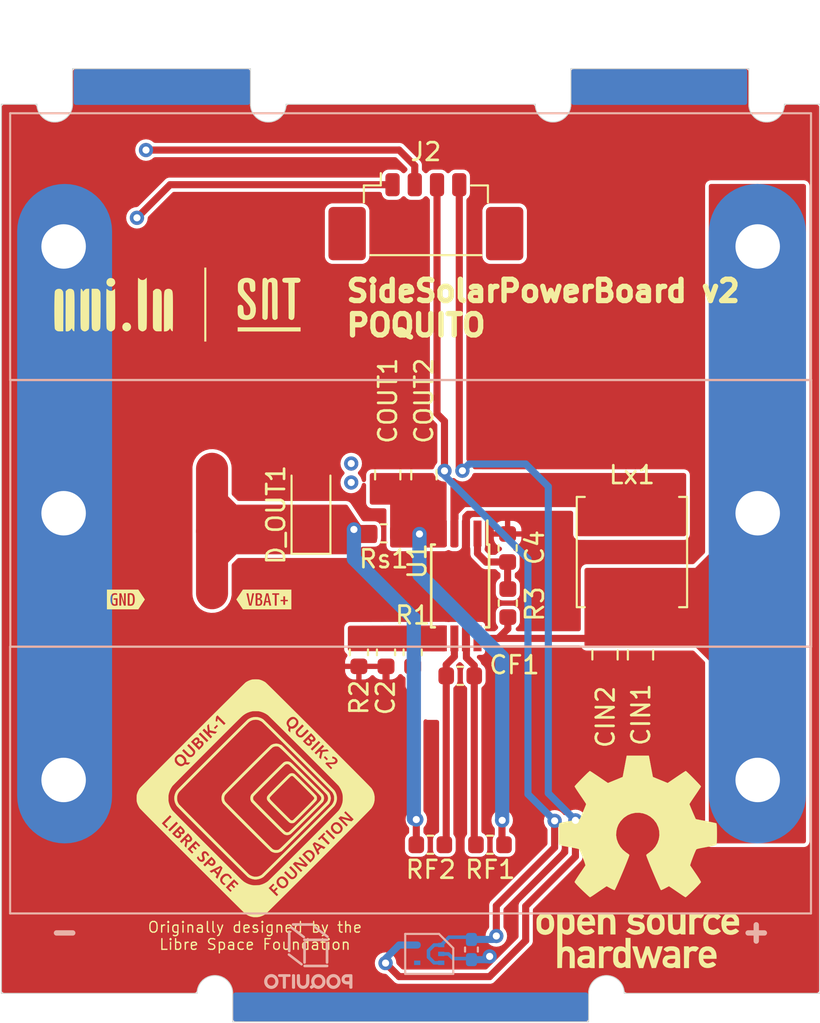
<source format=kicad_pcb>
(kicad_pcb (version 20221018) (generator pcbnew)
  (layers (0 "F.Cu" signal) (1 "In1.Cu" signal) (2 "In2.Cu" signal) (3 "In3.Cu" signal) (4 "In4.Cu" signal) (31 "B.Cu" signal) (34 "B.Paste" user) (35 "F.Paste" user) (36 "B.SilkS" user "B.Silkscreen") (37 "F.SilkS" user "F.Silkscreen") (38 "B.Mask" user) (39 "F.Mask" user) (44 "Edge.Cuts" user))
  (net 0 "")
  (net 1 "GND")
  (net 2 "/VCTRL")
  (net 3 "/ICTRL+")
  (net 4 "/ICTRL-")
  (net 5 "/LX")
  (net 6 "/VOUT")
  (net 7 "/MPP-SET")
  (net 8 "/PV+")
  (net 9 "/VBAT+")
  (net 10 "/LIGHT_VDD")
  (net 11 "/MTQ_1")
  (net 12 "/MTQ_2")
  (net 13 "/LIGHT_OUT")
  (footprint "Package_SO:TSSOP-8_4.4x3mm_P0.65mm" (layer "F.Cu") (at 151.281 100.589 -90)
    (fp_text reference "U1" (at -1.397 2.413 90) (layer "F.SilkS"))
    (fp_text value "SPV1040")
    (pad "1" smd rect (at -2.95 -0.975 270) (size 1.45 0.45) (layers "F.Cu" "F.Paste" "F.Mask") (net 7 "/MPP-SET"))
    (pad "2" smd rect (at -2.95 -0.325 270) (size 1.45 0.45) (layers "F.Cu" "F.Paste" "F.Mask") (net 1 "GND"))
    (pad "3" smd rect (at -2.95 0.325 270) (size 1.45 0.45) (layers "F.Cu" "F.Paste" "F.Mask") (net 5 "/LX"))
    (pad "4" smd rect (at -2.95 0.975 270) (size 1.45 0.45) (layers "F.Cu" "F.Paste" "F.Mask") (net 6 "/VOUT"))
    (pad "5" smd rect (at 2.95 0.975 270) (size 1.45 0.45) (layers "F.Cu" "F.Paste" "F.Mask") (net 2 "/VCTRL"))
    (pad "6" smd rect (at 2.95 0.325 270) (size 1.45 0.45) (layers "F.Cu" "F.Paste" "F.Mask") (net 4 "/ICTRL-"))
    (pad "7" smd rect (at 2.95 -0.325 270) (size 1.45 0.45) (layers "F.Cu" "F.Paste" "F.Mask") (net 3 "/ICTRL+"))
    (pad "8" smd rect (at 2.95 -0.975 270) (size 1.45 0.45) (layers "F.Cu" "F.Paste" "F.Mask") (net 8 "/PV+"))
  )
  (footprint "Capacitor_SMD:C_0805_2012Metric" (layer "F.Cu") (at 147.212 94.3415 90)
    (fp_text reference "COUT1" (at 4.1665 0.005 90) (layer "F.SilkS"))
    (fp_text value "33uF")
    (pad "1" smd roundrect (at -0.9375 0 90) (size 0.975 1.4) (layers "F.Cu" "F.Paste" "F.Mask") (net 6 "/VOUT"))
    (pad "2" smd roundrect (at 0.9375 0 90) (size 0.975 1.4) (layers "F.Cu" "F.Paste" "F.Mask") (net 1 "GND"))
  )
  (footprint "Resistor_SMD:R_0603_1608Metric" (layer "F.Cu") (at 146.9885 97.6299)
    (fp_text reference "Rs1" (at -0.0001 1.4478) (layer "F.SilkS"))
    (fp_text value "20m")
    (pad "1" smd roundrect (at -0.7875 0) (size 0.875 0.95) (layers "F.Cu" "F.Paste" "F.Mask") (net 9 "/VBAT+"))
    (pad "2" smd roundrect (at 0.7875 0) (size 0.875 0.95) (layers "F.Cu" "F.Paste" "F.Mask") (net 6 "/VOUT"))
  )
  (footprint "Capacitor_SMD:C_0805_2012Metric" (layer "F.Cu") (at 149.244 94.3415 90)
    (fp_text reference "COUT2" (at 4.1665 0.005 90) (layer "F.SilkS"))
    (fp_text value "33uF")
    (pad "1" smd roundrect (at -0.9375 0 90) (size 0.975 1.4) (layers "F.Cu" "F.Paste" "F.Mask") (net 6 "/VOUT"))
    (pad "2" smd roundrect (at 0.9375 0 90) (size 0.975 1.4) (layers "F.Cu" "F.Paste" "F.Mask") (net 1 "GND"))
  )
  (footprint "Capacitor_SMD:C_0805_2012Metric" (layer "F.Cu") (at 161.4142 104.4698 -90)
    (fp_text reference "CIN1" (at 3.3582 -0.0268 270) (layer "F.SilkS"))
    (fp_text value "33uF")
    (pad "1" smd roundrect (at -0.9375 0 270) (size 0.975 1.4) (layers "F.Cu" "F.Paste" "F.Mask") (net 8 "/PV+"))
    (pad "2" smd roundrect (at 0.9375 0 270) (size 0.975 1.4) (layers "F.Cu" "F.Paste" "F.Mask") (net 1 "GND"))
  )
  (footprint "Capacitor_SMD:C_0805_2012Metric" (layer "F.Cu") (at 159.4203 104.4675 -90)
    (fp_text reference "CIN2" (at 3.4875 -0.0254 270) (layer "F.SilkS"))
    (fp_text value "33uF")
    (pad "1" smd roundrect (at -0.9375 0 270) (size 0.975 1.4) (layers "F.Cu" "F.Paste" "F.Mask") (net 8 "/PV+"))
    (pad "2" smd roundrect (at 0.9375 0 270) (size 0.975 1.4) (layers "F.Cu" "F.Paste" "F.Mask") (net 1 "GND"))
  )
  (footprint "Capacitor_SMD:C_0603_1608Metric" (layer "F.Cu") (at 151.286 105.645 180)
    (fp_text reference "CF1" (at -3.043 0.611) (layer "F.SilkS"))
    (fp_text value "1uF")
    (pad "1" smd roundrect (at -0.7875 0 180) (size 0.875 0.95) (layers "F.Cu" "F.Paste" "F.Mask") (net 3 "/ICTRL+"))
    (pad "2" smd roundrect (at 0.7875 0 180) (size 0.875 0.95) (layers "F.Cu" "F.Paste" "F.Mask") (net 4 "/ICTRL-"))
  )
  (footprint "Capacitor_SMD:C_0603_1608Metric" (layer "F.Cu") (at 153.948 98.4555 90)
    (fp_text reference "C4" (at 0.0255 1.524 270) (layer "F.SilkS"))
    (fp_text value "100nF")
    (pad "1" smd roundrect (at -0.7875 0 90) (size 0.875 0.95) (layers "F.Cu" "F.Paste" "F.Mask") (net 7 "/MPP-SET"))
    (pad "2" smd roundrect (at 0.7875 0 90) (size 0.875 0.95) (layers "F.Cu" "F.Paste" "F.Mask") (net 1 "GND"))
  )
  (footprint "Resistor_SMD:R_0603_1608Metric" (layer "F.Cu") (at 153.9607 101.5542 90)
    (fp_text reference "R3" (at -0.0508 1.5113 90) (layer "F.SilkS"))
    (fp_text value "1k")
    (pad "1" smd roundrect (at -0.7875 0 90) (size 0.875 0.95) (layers "F.Cu" "F.Paste" "F.Mask") (net 8 "/PV+"))
    (pad "2" smd roundrect (at 0.7875 0 90) (size 0.875 0.95) (layers "F.Cu" "F.Paste" "F.Mask") (net 7 "/MPP-SET"))
  )
  (footprint "Resistor_SMD:R_0603_1608Metric" (layer "F.Cu") (at 152.9573 115.1432 180)
    (fp_text reference "RF1" (at -0.0126 -1.397 180) (layer "F.SilkS"))
    (fp_text value "1k")
    (pad "1" smd roundrect (at -0.7875 0 180) (size 0.875 0.95) (layers "F.Cu" "F.Paste" "F.Mask") (net 6 "/VOUT"))
    (pad "2" smd roundrect (at 0.7875 0 180) (size 0.875 0.95) (layers "F.Cu" "F.Paste" "F.Mask") (net 3 "/ICTRL+"))
  )
  (footprint "Resistor_SMD:R_0603_1608Metric" (layer "F.Cu") (at 149.6045 115.1432)
    (fp_text reference "RF2" (at 0.0255 1.397) (layer "F.SilkS"))
    (fp_text value "1k")
    (pad "1" smd roundrect (at -0.7875 0) (size 0.875 0.95) (layers "F.Cu" "F.Paste" "F.Mask") (net 9 "/VBAT+"))
    (pad "2" smd roundrect (at 0.7875 0) (size 0.875 0.95) (layers "F.Cu" "F.Paste" "F.Mask") (net 4 "/ICTRL-"))
  )
  (footprint "Resistor_SMD:R_0603_1608Metric" (layer "F.Cu") (at 148.614 104.3229 90)
    (fp_text reference "R1" (at 2.0829 0) (layer "F.SilkS"))
    (fp_text value "1M_0.1%")
    (pad "1" smd roundrect (at -0.7875 0 90) (size 0.875 0.95) (layers "F.Cu" "F.Paste" "F.Mask") (net 9 "/VBAT+"))
    (pad "2" smd roundrect (at 0.7875 0 90) (size 0.875 0.95) (layers "F.Cu" "F.Paste" "F.Mask") (net 2 "/VCTRL"))
  )
  (footprint "Resistor_SMD:R_0603_1608Metric" (layer "F.Cu") (at 145.5914 104.3228 -90)
    (fp_text reference "R2" (at 2.5399 -0.0127 90) (layer "F.SilkS"))
    (fp_text value "422k_0.1%")
    (pad "1" smd roundrect (at -0.7875 0 270) (size 0.875 0.95) (layers "F.Cu" "F.Paste" "F.Mask") (net 2 "/VCTRL"))
    (pad "2" smd roundrect (at 0.7875 0 270) (size 0.875 0.95) (layers "F.Cu" "F.Paste" "F.Mask") (net 1 "GND"))
  )
  (footprint "lsf-kicad-lib:DO-222AA" (layer "F.Cu") (at 142.899 96.618 90)
    (fp_text reference "D_OUT1" (at 0.0295 -1.9685 270) (layer "F.SilkS"))
    (fp_text value "4v5")
    (pad "1" smd rect (at -1.74 0 90) (size 0.65 0.95) (layers "F.Cu" "F.Paste" "F.Mask") (net 9 "/VBAT+"))
    (pad "1" smd rect (at -0.415 0 90) (size 2 1.95) (layers "F.Cu" "F.Paste" "F.Mask") (net 9 "/VBAT+"))
    (pad "2" smd rect (at 1.64 0 90) (size 0.85 0.65) (layers "F.Cu" "F.Paste" "F.Mask") (net 1 "GND"))
  )
  (footprint "Inductor_SMD:L_Bourns_SRN6045TA" (layer "F.Cu") (at 160.933 98.684 90)
    (fp_text reference "Lx1" (at 4.3385 0 180) (layer "F.SilkS"))
    (fp_text value "33uH")
    (pad "1" smd rect locked (at -2.075 0 90) (size 2.35 5.1) (layers "F.Cu" "F.Paste" "F.Mask") (net 8 "/PV+"))
    (pad "2" smd rect locked (at 2.075 0 90) (size 2.35 5.1) (layers "F.Cu" "F.Paste" "F.Mask") (net 5 "/LX"))
  )
  (footprint "Capacitor_SMD:C_0603_1608Metric" (layer "F.Cu") (at 147.1154 104.3228 90)
    (fp_text reference "C2" (at -2.5527 -0.0254 90) (layer "F.SilkS"))
    (fp_text value "1nF")
    (pad "1" smd roundrect (at -0.7875 0 90) (size 0.875 0.95) (layers "F.Cu" "F.Paste" "F.Mask") (net 1 "GND"))
    (pad "2" smd roundrect (at 0.7875 0 90) (size 0.875 0.95) (layers "F.Cu" "F.Paste" "F.Mask") (net 2 "/VCTRL"))
  )
  (footprint "lsf-kicad-lib:QUBIK-Logo-13x13" (layer "F.Cu") (at 139.7875 112.527)
    (fp_text reference "REF**" hide)
    (fp_text value "QUBIK-Logo-13x13" hide)
  )
  (footprint "POQUITO_Panel_Library:unilu_snt_logo" (layer "F.Cu") (at 135.75 84.6)
    (fp_text reference "G***" hide)
    (fp_text value "LOGO" hide)
  )
  (footprint "Symbol:OSHW-Logo_11.4x12mm_SilkScreen" (layer "F.Cu") (at 161.25 116.1)
    (fp_text reference "REF**" hide)
    (fp_text value "OSHW-Logo_11.4x12mm_SilkScreen" hide)
  )
  (footprint "kibuzzard-64FE2F42" (layer "F.Cu") (at 132.5 101.35)
    (fp_text reference "kibuzzard-64FE2F42" hide)
    (fp_text value "G***" hide)
  )
  (footprint "Connector_Molex:Molex_PicoBlade_53398-0471_1x04-1MP_P1.25mm_Vertical" (layer "F.Cu") (at 149.356 79.277)
    (fp_text reference "J2" (at 0 -3.1) (layer "F.SilkS"))
    (fp_text value "Conn_01x04")
    (pad "1" smd roundrect (at -1.875 -1.25) (size 0.8 1.3) (layers "F.Cu" "F.Paste" "F.Mask") (net 11 "/MTQ_1"))
    (pad "2" smd roundrect (at -0.625 -1.25) (size 0.8 1.3) (layers "F.Cu" "F.Paste" "F.Mask") (net 12 "/MTQ_2"))
    (pad "3" smd roundrect (at 0.625 -1.25) (size 0.8 1.3) (layers "F.Cu" "F.Paste" "F.Mask") (net 10 "/LIGHT_VDD"))
    (pad "4" smd roundrect (at 1.875 -1.25) (size 0.8 1.3) (layers "F.Cu" "F.Paste" "F.Mask") (net 13 "/LIGHT_OUT"))
    (pad "MP" smd roundrect (at -4.425 1.5) (size 2.1 3) (layers "F.Cu" "F.Paste" "F.Mask") (roundrect_rratio 0.119048))
    (pad "MP" smd roundrect (at 4.425 1.5) (size 2.1 3) (layers "F.Cu" "F.Paste" "F.Mask") (roundrect_rratio 0.119048))
  )
  (footprint "kibuzzard-64FE2F6D" (layer "F.Cu") (at 140.25 101.35)
    (fp_text reference "kibuzzard-64FE2F6D" hide)
    (fp_text value "G***" hide)
  )
  (footprint "lsf-kicad-lib:SM141K04LV" (layer "B.Cu") (at 148.5066 96.5073 180)
    (fp_text reference "SC2" hide)
    (fp_text value "Solar_Cell")
    (pad "1" smd circle locked (at -19.5 0 180) (size 3 3) (layers "B.Cu" "B.Paste" "B.Mask") (net 8 "/PV+"))
    (pad "2" smd circle locked (at 19.5 0 180) (size 3 3) (layers "B.Cu" "B.Paste" "B.Mask") (net 1 "GND"))
  )
  (footprint "lsf-kicad-lib:SM141K04LV" (layer "B.Cu") (at 148.4939 111.506 180)
    (fp_text reference "SC3" hide)
    (fp_text value "Solar_Cell")
    (pad "1" smd circle locked (at -19.5 0 180) (size 3 3) (layers "B.Cu" "B.Paste" "B.Mask") (net 8 "/PV+"))
    (pad "2" smd circle locked (at 19.5 0 180) (size 3 3) (layers "B.Cu" "B.Paste" "B.Mask") (net 1 "GND"))
  )
  (footprint "lsf-kicad-lib:SM141K04LV" (layer "B.Cu") (at 148.4956 81.5086 180)
    (fp_text reference "SC1" hide)
    (fp_text value "Solar_Cell")
    (pad "1" smd circle (at -19.5 0 180) (size 3 3) (layers "B.Cu" "B.Paste" "B.Mask") (net 8 "/PV+"))
    (pad "2" smd circle (at 19.5 0 180) (size 3 3) (layers "B.Cu" "B.Paste" "B.Mask") (net 1 "GND"))
  )
  (footprint "POQUITO_Panel_Library:WSOF-5" (layer "B.Cu") (at 149.543 121.282 180)
    (fp_text reference "U2" hide)
    (fp_text value "~")
    (pad "1" smd rect (at -0.675 0.5 270) (size 0.25 0.35) (layers "B.Cu" "B.Paste" "B.Mask") (net 10 "/LIGHT_VDD"))
    (pad "2" smd rect (at -0.675 0 270) (size 0.25 0.35) (layers "B.Cu" "B.Paste" "B.Mask") (net 1 "GND"))
    (pad "3" smd rect (at -0.675 -0.5 270) (size 0.25 0.35) (layers "B.Cu" "B.Paste" "B.Mask") (net 10 "/LIGHT_VDD"))
    (pad "4" smd rect (at 0.675 -0.5 270) (size 0.25 0.35) (layers "B.Cu" "B.Paste" "B.Mask"))
    (pad "5" smd rect (at 0.675 0.5 270) (size 0.25 0.35) (layers "B.Cu" "B.Paste" "B.Mask") (net 13 "/LIGHT_OUT"))
  )
  (footprint "Capacitor_SMD:C_0402_1005Metric_Pad0.74x0.62mm_HandSolder" (layer "B.Cu") (at 151.916 121.036 -90)
    (fp_text reference "C1" hide)
    (fp_text value "C")
    (pad "1" smd roundrect (at -0.5675 0 270) (size 0.735 0.62) (layers "B.Cu" "B.Paste" "B.Mask") (net 10 "/LIGHT_VDD"))
    (pad "2" smd roundrect (at 0.5675 0 270) (size 0.735 0.62) (layers "B.Cu" "B.Paste" "B.Mask") (net 1 "GND"))
  )
  (footprint "POQUITO_Panel_Library:POQUITO_logo" (layer "B.Cu") (at 142.75 121.6 180)
    (fp_text reference "G***" hide)
    (fp_text value "LOGO" hide)
  )
  (gr_line (start 125.5 73.5) (end 127.5 73.5) (stroke (width 0.05)) (layer "Edge.Cuts"))
  (gr_arc (start 141.5 73.5) (mid 140.5 74.5) (end 139.5 73.5) (stroke (width 0.05)) (layer "Edge.Cuts"))
  (gr_line (start 125.5 123.5) (end 125.5 73.5) (stroke (width 0.05)) (layer "Edge.Cuts"))
  (gr_line (start 129.5 73.5) (end 129.5 71.5) (stroke (width 0.05)) (layer "Edge.Cuts"))
  (gr_line (start 138.5 125.1) (end 158.5 125.1) (stroke (width 0.05)) (layer "Edge.Cuts"))
  (gr_line (start 171.5 123.5) (end 160.5 123.5) (stroke (width 0.05)) (layer "Edge.Cuts"))
  (gr_arc (start 169.5 73.5) (mid 168.5 74.5) (end 167.5 73.5) (stroke (width 0.05)) (layer "Edge.Cuts"))
  (gr_line (start 169.5 73.5) (end 171.5 73.5) (stroke (width 0.05)) (layer "Edge.Cuts"))
  (gr_line (start 158.5 125.1) (end 158.5 123.5) (stroke (width 0.05)) (layer "Edge.Cuts"))
  (gr_arc (start 129.5 73.5) (mid 128.5 74.5) (end 127.5 73.5) (stroke (width 0.05)) (layer "Edge.Cuts"))
  (gr_line (start 157.5 73.5) (end 157.5 71.5) (stroke (width 0.05)) (layer "Edge.Cuts"))
  (gr_arc (start 158.5 123.5) (mid 159.5 122.5) (end 160.5 123.5) (stroke (width 0.05)) (layer "Edge.Cuts"))
  (gr_line (start 167.5 71.5) (end 167.5 73.5) (stroke (width 0.05)) (layer "Edge.Cuts"))
  (gr_line (start 141.5 73.5) (end 155.5 73.5) (stroke (width 0.05)) (layer "Edge.Cuts"))
  (gr_arc (start 136.5 123.5) (mid 137.5 122.5) (end 138.5 123.5) (stroke (width 0.05)) (layer "Edge.Cuts"))
  (gr_line (start 171.5 73.5) (end 171.5 123.5) (stroke (width 0.05)) (layer "Edge.Cuts"))
  (gr_line (start 157.5 71.5) (end 167.5 71.5) (stroke (width 0.05)) (layer "Edge.Cuts"))
  (gr_line (start 125.5 123.5) (end 136.5 123.5) (stroke (width 0.05)) (layer "Edge.Cuts"))
  (gr_arc (start 157.5 73.5) (mid 156.5 74.5) (end 155.5 73.5) (stroke (width 0.05)) (layer "Edge.Cuts"))
  (gr_line (start 129.5 71.5) (end 139.5 71.5) (stroke (width 0.05)) (layer "Edge.Cuts"))
  (gr_line (start 138.5 123.5) (end 138.5 125.1) (stroke (width 0.05)) (layer "Edge.Cuts"))
  (gr_line (start 139.5 71.5) (end 139.5 73.5) (stroke (width 0.05)) (layer "Edge.Cuts"))
  (gr_text "-" (at 129.056 120.02) (layer "B.SilkS") (effects (font (size 1.2 1.2) (thickness 0.3)) (justify mirror)))
  (gr_text "+" (at 167.918 120.02) (layer "B.SilkS") (effects (font (size 1.2 1.2) (thickness 0.3)) (justify mirror)))
  (gr_text "SideSolarPowerBoard v2\nPOQUITO" (at 144.75 84.968) (layer "F.SilkS") (effects (font (size 1.2 1.2) (thickness 0.3)) (justify left)))
  (gr_text "Originally designed by the\nLibre Space Foundation" (at 139.75 121.1) (layer "F.SilkS") (effects (font (size 0.6 0.6) (thickness 0.075)) (justify bottom)))
  (segment (start 147.1154 105.1103) (end 147.1154 115.6004) (width 0.4) (layer "F.Cu") (net 1))
  (segment (start 147.1154 115.6004) (end 152.938168 121.423168) (width 0.4) (layer "F.Cu") (net 1))
  (via (at 129 81.5) (size 4) (drill 2.5) (layers "F.Cu" "B.Cu") (net 1))
  (via (at 129 96.5) (size 4) (drill 2.5) (layers "F.Cu" "B.Cu") (net 1))
  (via (at 129 111.5) (size 4) (drill 2.5) (layers "F.Cu" "B.Cu") (net 1))
  (via (at 152.938168 121.423168) (size 0.8) (drill 0.4) (layers "F.Cu" "B.Cu") (net 1))
  (segment (start 151.916 121.6035) (end 152.757836 121.6035) (width 0.4) (layer "B.Cu") (net 1))
  (segment (start 150.88 121.544) (end 151.8565 121.544) (width 0.2) (layer "B.Cu") (net 1))
  (segment (start 150.618 121.282) (end 150.88 121.544) (width 0.2) (layer "B.Cu") (net 1))
  (segment (start 152.757836 121.6035) (end 152.938168 121.423168) (width 0.4) (layer "B.Cu") (net 1))
  (segment (start 150.218 121.282) (end 150.618 121.282) (width 0.2) (layer "B.Cu") (net 1))
  (segment (start 151.8565 121.544) (end 151.916 121.6035) (width 0.2) (layer "B.Cu") (net 1))
  (segment (start 152.0735 105.645) (end 152.0735 105.0645) (width 0.4) (layer "F.Cu") (net 3))
  (segment (start 152.0735 105.0645) (end 151.630999 104.621999) (width 0.4) (layer "F.Cu") (net 3))
  (segment (start 152.0735 115.0469) (end 152.0735 105.645) (width 0.4) (layer "F.Cu") (net 3))
  (segment (start 152.1698 115.1432) (end 152.0735 115.0469) (width 0.4) (layer "F.Cu") (net 3))
  (segment (start 151.630999 104.621999) (end 151.630999 103.563999) (width 0.4) (layer "F.Cu") (net 3))
  (segment (start 150.4985 115.0367) (end 150.4985 105.645) (width 0.4) (layer "F.Cu") (net 4))
  (segment (start 150.956 104.559002) (end 150.956 103.539) (width 0.4) (layer "F.Cu") (net 4))
  (segment (start 150.392 114.94) (end 150.392 115.1432) (width 0.4) (layer "F.Cu") (net 4))
  (segment (start 150.4985 105.645) (end 150.4985 105.016502) (width 0.4) (layer "F.Cu") (net 4))
  (segment (start 150.392 115.1432) (end 150.4985 115.0367) (width 0.4) (layer "F.Cu") (net 4))
  (segment (start 150.4985 105.016502) (end 150.956 104.559002) (width 0.4) (layer "F.Cu") (net 4))
  (segment (start 153.6432 113.7208) (end 153.6305 113.7335) (width 0.4) (layer "F.Cu") (net 6))
  (segment (start 153.6305 115.0289) (end 153.7448 115.1432) (width 0.4) (layer "F.Cu") (net 6))
  (segment (start 153.6305 113.7335) (end 153.6305 115.0289) (width 0.4) (layer "F.Cu") (net 6))
  (via (at 148.995 97.668) (size 0.8) (drill 0.4) (layers "F.Cu" "B.Cu") (net 6))
  (via (at 153.6432 113.7716) (size 0.8) (drill 0.4) (layers "F.Cu" "B.Cu") (net 6))
  (segment (start 148.995 97.668) (end 148.995 99.954) (width 0.8) (layer "B.Cu") (net 6))
  (segment (start 153.6432 104.6022) (end 153.6432 113.7716) (width 0.8) (layer "B.Cu") (net 6))
  (segment (start 148.995 99.954) (end 153.6432 104.6022) (width 0.8) (layer "B.Cu") (net 6))
  (segment (start 152.748 99.243) (end 153.948 99.243) (width 0.4) (layer "F.Cu") (net 7))
  (segment (start 153.948 99.243) (end 153.948 100.754) (width 0.4) (layer "F.Cu") (net 7))
  (segment (start 152.7415 99.2495) (end 152.748 99.243) (width 0.4) (layer "F.Cu") (net 7))
  (segment (start 153.948 100.754) (end 153.9607 100.7667) (width 0.4) (layer "F.Cu") (net 7))
  (segment (start 152.256 98.764) (end 152.7415 99.2495) (width 0.4) (layer "F.Cu") (net 7))
  (segment (start 152.256 97.639) (end 152.256 98.764) (width 0.4) (layer "F.Cu") (net 7))
  (segment (start 152.881 103.539) (end 152.256 103.539) (width 0.4) (layer "F.Cu") (net 8))
  (segment (start 153.4182 103.539) (end 159.4113 103.539) (width 0.4) (layer "F.Cu") (net 8))
  (segment (start 153.9607 102.3417) (end 153.9607 102.9965) (width 0.4) (layer "F.Cu") (net 8))
  (segment (start 152.256 103.539) (end 153.4182 103.539) (width 0.4) (layer "F.Cu") (net 8))
  (segment (start 153.9607 102.9965) (end 153.4182 103.539) (width 0.4) (layer "F.Cu") (net 8))
  (segment (start 159.4113 103.539) (end 159.4203 103.53) (width 0.4) (layer "F.Cu") (net 8))
  (via (at 168 96.5) (size 4) (drill 2.5) (layers "F.Cu" "B.Cu") (net 8))
  (via (at 168 111.5) (size 4) (drill 2.5) (layers "F.Cu" "B.Cu") (net 8))
  (via (at 168 81.5) (size 4) (drill 2.5) (layers "F.Cu" "B.Cu") (net 8))
  (segment (start 167.9956 96.4956) (end 168 96.5) (width 1.8) (layer "B.Cu") (net 8))
  (segment (start 168 111.4999) (end 167.9939 111.506) (width 1.8) (layer "B.Cu") (net 8))
  (segment (start 137.34 94) (end 137.34 97.512) (width 1.8) (layer "F.Cu") (net 9))
  (segment (start 148.8172 113.7251) (end 148.8172 106.3802) (width 0.4) (layer "F.Cu") (net 9))
  (segment (start 148.817 113.7253) (end 148.817 115.1432) (width 0.4) (layer "F.Cu") (net 9))
  (segment (start 148.614 106.177) (end 148.614 105.1104) (width 0.4) (layer "F.Cu") (net 9))
  (segment (start 137.34 101) (end 137.34 97.512) (width 1.8) (layer "F.Cu") (net 9))
  (segment (start 148.8172 106.3802) (end 148.614 106.177) (width 0.4) (layer "F.Cu") (net 9))
  (segment (start 148.8172 113.7251) (end 148.817 113.7253) (width 0.4) (layer "F.Cu") (net 9))
  (via (at 148.8172 113.7251) (size 0.8) (drill 0.4) (layers "F.Cu" "B.Cu") (net 9))
  (via (at 145.312 97.414) (size 0.8) (drill 0.4) (layers "F.Cu" "B.Cu") (net 9))
  (segment (start 145.312 99.062) (end 148.6775 102.4275) (width 0.8) (layer "B.Cu") (net 9))
  (segment (start 145.312 97.414) (end 145.312 99.062) (width 0.8) (layer "B.Cu") (net 9))
  (segment (start 148.6775 102.4275) (end 148.6775 113.67) (width 0.8) (layer "B.Cu") (net 9))
  (segment (start 150.400433 91.326433) (end 149.981 90.907) (width 0.4) (layer "F.Cu") (net 10))
  (segment (start 156.5896 113.797) (end 156.5896 115.2956) (width 0.4) (layer "F.Cu") (net 10))
  (segment (start 153.313 118.5722) (end 153.313 120.274) (width 0.4) (layer "F.Cu") (net 10))
  (segment (start 149.981 90.907) (end 149.981 78.027) (width 0.4) (layer "F.Cu") (net 10))
  (segment (start 150.400433 94.11766) (end 150.400433 91.326433) (width 0.4) (layer "F.Cu") (net 10))
  (segment (start 156.5896 115.2956) (end 153.313 118.5722) (width 0.4) (layer "F.Cu") (net 10))
  (via (at 153.313 120.274) (size 0.8) (drill 0.4) (layers "F.Cu" "B.Cu") (net 10))
  (via (at 150.400433 94.11766) (size 0.8) (drill 0.4) (layers "F.Cu" "B.Cu") (net 10))
  (via (at 156.5896 113.797) (size 0.8) (drill 0.4) (layers "F.Cu" "B.Cu") (net 10))
  (segment (start 155.091 99.065) (end 155.091 112.2984) (width 0.4) (layer "B.Cu") (net 10))
  (segment (start 149.503 121.097) (end 149.818 120.782) (width 0.2) (layer "B.Cu") (net 10))
  (segment (start 149.503 121.467) (end 149.503 121.097) (width 0.2) (layer "B.Cu") (net 10))
  (segment (start 150.400433 94.374433) (end 155.091 99.065) (width 0.4) (layer "B.Cu") (net 10))
  (segment (start 151.916 120.3415) (end 150.6585 120.3415) (width 0.2) (layer "B.Cu") (net 10))
  (segment (start 153.313 120.274) (end 153.1185 120.4685) (width 0.4) (layer "B.Cu") (net 10))
  (segment (start 150.400433 94.11766) (end 150.400433 94.374433) (width 0.4) (layer "B.Cu") (net 10))
  (segment (start 153.1185 120.4685) (end 151.916 120.4685) (width 0.4) (layer "B.Cu") (net 10))
  (segment (start 149.818 121.782) (end 149.503 121.467) (width 0.2) (layer "B.Cu") (net 10))
  (segment (start 150.218 121.782) (end 149.818 121.782) (width 0.2) (layer "B.Cu") (net 10))
  (segment (start 150.6585 120.3415) (end 150.218 120.782) (width 0.2) (layer "B.Cu") (net 10))
  (segment (start 149.818 120.782) (end 150.218 120.782) (width 0.2) (layer "B.Cu") (net 10))
  (segment (start 155.091 112.2984) (end 156.5896 113.797) (width 0.4) (layer "B.Cu") (net 10))
  (segment (start 134.981 78.027) (end 133.12 79.888) (width 0.4) (layer "F.Cu") (net 11))
  (segment (start 147.481 78.027) (end 134.981 78.027) (width 0.4) (layer "F.Cu") (net 11))
  (segment (start 147.852 76.078) (end 133.628 76.078) (width 0.4) (layer "F.Cu") (net 12))
  (segment (start 148.731 76.957) (end 147.852 76.078) (width 0.4) (layer "F.Cu") (net 12))
  (segment (start 148.731 78.027) (end 148.731 76.957) (width 0.4) (layer "F.Cu") (net 12))
  (via (at 145.1596 94.7724) (size 0.8) (drill 0.4) (layers "F.Cu" "B.Cu") (net 12))
  (via (at 145.1596 93.7056) (size 0.8) (drill 0.4) (layers "F.Cu" "B.Cu") (net 12))
  (via (at 133.12 79.888) (size 0.8) (drill 0.4) (layers "F.Cu" "B.Cu") (net 12))
  (via (at 133.628 76.078) (size 0.8) (drill 0.4) (layers "F.Cu" "B.Cu") (net 12))
  (segment (start 154.964 118.5976) (end 154.964 120.528) (width 0.4) (layer "F.Cu") (net 13))
  (segment (start 151.408 94.112) (end 151.231 93.935) (width 0.4) (layer "F.Cu") (net 13))
  (segment (start 151.231 93.935) (end 151.231 78.027) (width 0.4) (layer "F.Cu") (net 13))
  (segment (start 152.932 122.56) (end 147.852 122.56) (width 0.4) (layer "F.Cu") (net 13))
  (segment (start 154.964 120.528) (end 152.932 122.56) (width 0.4) (layer "F.Cu") (net 13))
  (segment (start 157.758 115.8036) (end 154.964 118.5976) (width 0.4) (layer "F.Cu") (net 13))
  (segment (start 157.758 113.7716) (end 157.758 115.8036) (width 0.4) (layer "F.Cu") (net 13))
  (segment (start 147.852 122.56) (end 147.09 121.798) (width 0.4) (layer "F.Cu") (net 13))
  (via (at 157.758 113.7716) (size 0.8) (drill 0.4) (layers "F.Cu" "B.Cu") (net 13))
  (via (at 147.09 121.798) (size 0.8) (drill 0.4) (layers "F.Cu" "B.Cu") (net 13))
  (via (at 151.408 94.112) (size 0.8) (drill 0.4) (layers "F.Cu" "B.Cu") (net 13))
  (segment (start 151.789 93.731) (end 154.964 93.731) (width 0.4) (layer "B.Cu") (net 13))
  (segment (start 156.234 112.2476) (end 157.758 113.7716) (width 0.4) (layer "B.Cu") (net 13))
  (segment (start 147.09 121.544) (end 147.852 120.782) (width 0.4) (layer "B.Cu") (net 13))
  (segment (start 156.234 95.001) (end 156.234 112.2476) (width 0.4) (layer "B.Cu") (net 13))
  (segment (start 151.408 94.112) (end 151.789 93.731) (width 0.4) (layer "B.Cu") (net 13))
  (segment (start 147.09 121.798) (end 147.09 121.671) (width 0.4) (layer "B.Cu") (net 13))
  (segment (start 147.852 120.782) (end 148.868 120.782) (width 0.4) (layer "B.Cu") (net 13))
  (segment (start 154.964 93.731) (end 156.234 95.001) (width 0.4) (layer "B.Cu") (net 13))
  (zone (net 8) (net_name "/PV+") (layer "F.Cu") (priority 1) (connect_pads yes (clearance 0.2)) (min_thickness 0.25) (fill yes (thermal_gap 0.3) (thermal_bridge_width 0.3))
    (polygon (pts (xy 170.712 115.067) (xy 165.251 115.067) (xy 165.251 104.78) (xy 164.489 104.018) (xy 158.266 104.018) (xy 158.266 99.573) (xy 164.489 99.573) (xy 165.251 98.811) (xy 165.251 77.983) (xy 170.712 77.983)))
  )
  (zone (net 5) (net_name "/LX") (layer "F.Cu") (priority 1) (connect_pads yes (clearance 0.2)) (min_thickness 0.25) (fill yes (thermal_gap 0.3) (thermal_bridge_width 0.3))
    (polygon (pts (xy 150.7349 98.43) (xy 150.7349 94.235825) (xy 163.981 94.237413) (xy 163.981 97.796588) (xy 157.8342 97.795) (xy 157.8342 96.1567) (xy 151.5604 96.1567) (xy 151.1921 96.5377) (xy 151.1921 98.43)))
  )
  (zone (net 9) (net_name "/VBAT+") (layer "F.Cu") (priority 1) (connect_pads yes (clearance 0.2)) (min_thickness 0.25) (fill yes (thermal_gap 0.3) (thermal_bridge_width 0.3))
    (polygon (pts (xy 136.676 95.509) (xy 138.2 95.509) (xy 138.708 96.017) (xy 144.931 96.017) (xy 145.693 97.16) (xy 146.60728 97.16) (xy 146.60728 98.176) (xy 145.693 98.176) (xy 144.931 98.811) (xy 138.708 98.811) (xy 138.2 99.319) (xy 136.676 99.319)))
  )
  (zone (net 6) (net_name "/VOUT") (layer "F.Cu") (priority 1) (connect_pads yes (clearance 0.2)) (min_thickness 0.25) (fill yes (thermal_gap 0.3) (thermal_bridge_width 0.3))
    (polygon (pts (xy 146.201 94.239) (xy 146.201 96.017) (xy 147.344 96.017) (xy 147.344 98.43) (xy 150.519 98.43) (xy 150.519 94.239)))
  )
  (zone (net 2) (net_name "/VCTRL") (layer "F.Cu") (priority 1) (connect_pads yes (clearance 0.2)) (min_thickness 0.25) (fill yes (thermal_gap 0.3) (thermal_bridge_width 0.3))
    (polygon (pts (xy 144.9691 102.8242) (xy 150.5317 102.8115) (xy 150.5317 104.272) (xy 144.9691 104.2593)))
  )
  (zone (net 1) (net_name "GND") (layer "F.Cu") (connect_pads (clearance 0.2)) (min_thickness 0.25) (fill yes (thermal_gap 0.3) (thermal_bridge_width 0.3))
    (polygon (pts (xy 125.476 71.501) (xy 171.45 71.501) (xy 171.45 125.095) (xy 125.476 125.095)))
  )
  (zone (net 0) (net_name "") (layer "F.Cu") (connect_pads (clearance 0)) (min_thickness 0.25)
    (keepout (tracks not_allowed) (vias not_allowed) (pads allowed) (copperpour not_allowed) (footprints allowed))
    (fill (thermal_gap 0.3) (thermal_bridge_width 0.3))
    (polygon (pts (xy 149.4268 108.1201) (xy 149.4268 106.7485) (xy 150.0364 106.7485) (xy 150.0364 108.1201)))
  )
  (zone (net 0) (net_name "") (layer "B.Cu") (connect_pads yes (clearance 0)) (min_thickness 0.25) (fill yes (thermal_gap 0.3) (thermal_bridge_width 0.3))
    (polygon (pts (xy 138.454 125.1) (xy 138.454 123.449) (xy 158.52 123.449) (xy 158.52 125.1)))
  )
  (zone (net 0) (net_name "") (layer "B.Cu") (connect_pads yes (clearance 0)) (min_thickness 0.25) (fill yes (thermal_gap 0.3) (thermal_bridge_width 0.3))
    (polygon (pts (xy 129.564 71.506) (xy 129.564 73.538) (xy 167.41 73.538) (xy 167.41 71.506)))
  )
  (zone (net 8) (net_name "/PV+") (layer "B.Cu") (connect_pads yes (clearance 0.2)) (min_thickness 0.25) (fill yes (thermal_gap 0.3) (thermal_bridge_width 0.3) (smoothing fillet) (radius 4))
    (polygon (pts (xy 170.712 77.983) (xy 165.251 77.983) (xy 165.251 115.067) (xy 170.712 115.067)))
  )
  (zone (net 1) (net_name "GND") (layer "B.Cu") (connect_pads yes (clearance 0.2)) (min_thickness 0.25) (fill yes (thermal_gap 0.3) (thermal_bridge_width 0.3) (smoothing fillet) (radius 4))
    (polygon (pts (xy 126.389 77.983) (xy 131.723 77.983) (xy 131.723 115.067) (xy 126.389 115.067)))
  )
)
</source>
